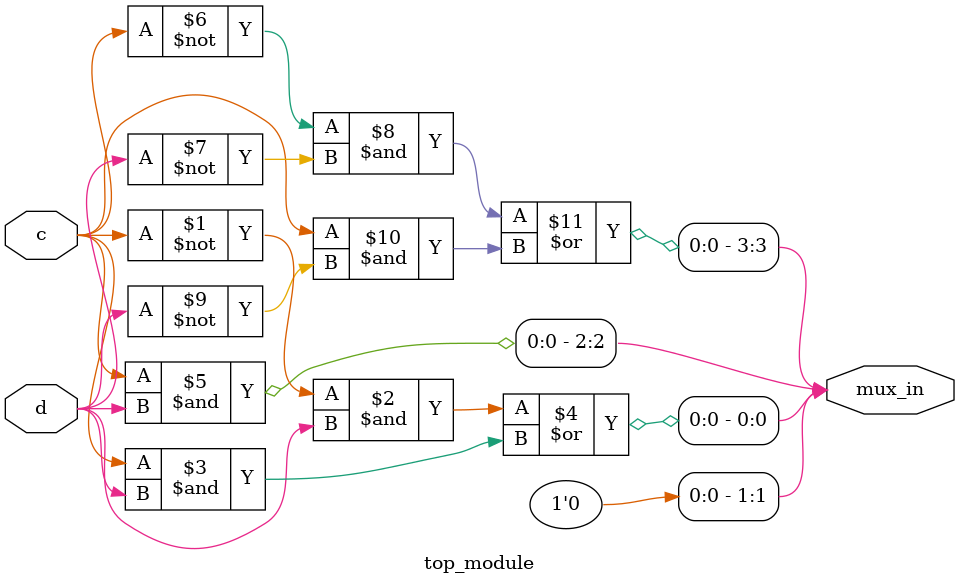
<source format=sv>
module top_module (
	input c,
	input d,
	output [3:0] mux_in
);

	assign mux_in[0] = (~c & d) | (c & d);   // 00 | 01 | 10 | 11 = 1
	assign mux_in[1] =  0;                   // 00 = 0
	assign mux_in[2] = (c & d);              // 11 = 1, otherwise 0
	assign mux_in[3] = (~c & ~d) | (c & ~d); // 10 = 1
  
endmodule

</source>
